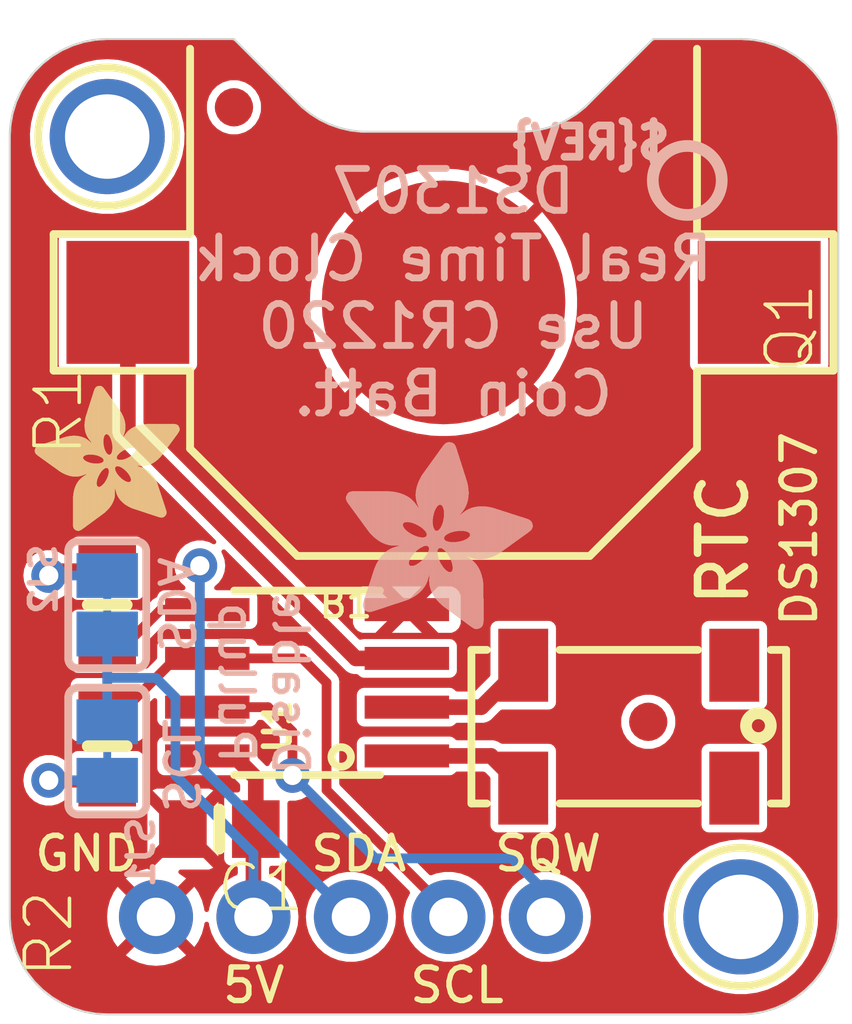
<source format=kicad_pcb>
(kicad_pcb (version 20221018) (generator pcbnew)
  (layers (0 "F.Cu" signal) (1 "In1.Cu" signal) (2 "In2.Cu" signal) (3 "In3.Cu" signal) (4 "In4.Cu" signal) (5 "In5.Cu" signal) (6 "In6.Cu" signal) (7 "In7.Cu" signal) (8 "In8.Cu" signal) (9 "In9.Cu" signal) (10 "In10.Cu" signal) (11 "In11.Cu" signal) (12 "In12.Cu" signal) (13 "In13.Cu" signal) (14 "In14.Cu" signal) (31 "B.Cu" signal) (34 "B.Paste" user) (35 "F.Paste" user) (36 "B.SilkS" user "B.Silkscreen") (37 "F.SilkS" user "F.Silkscreen") (38 "B.Mask" user) (39 "F.Mask" user) (44 "Edge.Cuts" user))
  (net 0 "")
  (net 1 "GND")
  (net 2 "VCC")
  (net 3 "SDA")
  (net 4 "SCL")
  (net 5 "VBAT")
  (net 6 "SQW")
  (net 7 "N$1")
  (net 8 "N$2")
  (net 9 "XI")
  (net 10 "XO")
  (footprint "working:0805-NO" (layer "F.Cu") (at 140.2461 110.7186 90)
    (fp_text reference "R2" (at -6.096 -1.524 90) (layer "F.SilkS") (effects (font (size 1.176691 1.176691) (thickness 0.093309)) (justify left)))
    (fp_text value "10K")
    (pad "1" smd rect (at -0.95 0 90) (size 1.24 1.5) (layers "F.Cu" "F.Paste" "F.Mask") (net 7 "N$1"))
    (pad "2" smd rect (at 0.95 0 90) (size 1.24 1.5) (layers "F.Cu" "F.Paste" "F.Mask") (net 4 "SCL"))
  )
  (footprint "working:1X05_ROUND_76" (layer "F.Cu") (at 146.5961 115.1636 180)
    (fp_text reference "JP2" hide)
    (fp_text value "")
    (pad "1" thru_hole circle (at -5.08 0 270) (size 1.9304 1.9304) (drill 1) (layers "*.Cu" "*.Mask") (net 6 "SQW"))
    (pad "2" thru_hole circle (at -2.54 0 270) (size 1.9304 1.9304) (drill 1) (layers "*.Cu" "*.Mask") (net 4 "SCL"))
    (pad "3" thru_hole circle (at 0 0 270) (size 1.9304 1.9304) (drill 1) (layers "*.Cu" "*.Mask") (net 3 "SDA"))
    (pad "4" thru_hole circle (at 2.54 0 270) (size 1.9304 1.9304) (drill 1) (layers "*.Cu" "*.Mask") (net 2 "VCC"))
    (pad "5" thru_hole circle (at 5.08 0 270) (size 1.9304 1.9304) (drill 1) (layers "*.Cu" "*.Mask") (net 1 "GND"))
  )
  (footprint "working:0805-NO" (layer "F.Cu") (at 140.2461 107.0356 90)
    (fp_text reference "R1" (at 3.81 -1.27 90) (layer "F.SilkS") (effects (font (size 1.176691 1.176691) (thickness 0.093309)) (justify left)))
    (fp_text value "10K")
    (pad "1" smd rect (at -0.95 0 90) (size 1.24 1.5) (layers "F.Cu" "F.Paste" "F.Mask") (net 3 "SDA"))
    (pad "2" smd rect (at 0.95 0 90) (size 1.24 1.5) (layers "F.Cu" "F.Paste" "F.Mask") (net 8 "N$2"))
  )
  (footprint "working:MOUNTINGHOLE_2.0_PLATED" (layer "F.Cu") (at 156.7561 115.1636 90)
    (fp_text reference "U$4" hide)
    (fp_text value "MOUNTINGHOLE2.0" hide)
    (pad "P$1" thru_hole circle (at 0 0 90) (size 3 3) (drill 2.2) (layers "*.Cu" "*.Mask"))
    (zone (net 0) (net_name "") (layer "F.Cu") (connect_pads (clearance 0)) (min_thickness 0.25)
      (keepout (tracks not_allowed) (vias not_allowed) (pads not_allowed) (copperpour not_allowed) (footprints allowed))
      (fill (thermal_gap 0.5) (thermal_bridge_width 0.5))
      (polygon (pts (xy 156.7561 113.1476) (xy 156.475527 113.16722) (xy 156.200415 113.225696) (xy 155.936119 113.321892) (xy 155.687783 113.453935) (xy 155.46024 113.619254) (xy 155.25792 113.814633) (xy 155.08476 114.036267) (xy 154.944131 114.279844) (xy 154.83877 114.540622) (xy 154.770728 114.813525) (xy 154.741328 115.093243) (xy 154.751144 115.374329) (xy 154.799984 115.651315) (xy 154.886897 115.918807) (xy 155.010193 116.1716) (xy 155.16747 116.404774) (xy 155.355669 116.613789) (xy 155.571125 116.794578) (xy 155.809645 116.943622) (xy 156.066587 117.05802) (xy 156.33695 117.135546) (xy 156.615471 117.174689) (xy 156.896729 117.174689) (xy 157.17525 117.135546) (xy 157.445613 117.05802) (xy 157.702555 116.943622) (xy 157.941075 116.794578) (xy 158.156531 116.613789) (xy 158.34473 116.404774) (xy 158.502007 116.1716) (xy 158.625303 115.918807) (xy 158.712216 115.651315) (xy 158.761056 115.374329) (xy 158.770872 115.093243) (xy 158.741472 114.813525) (xy 158.67343 114.540622) (xy 158.568069 114.279844) (xy 158.42744 114.036267) (xy 158.25428 113.814633) (xy 158.05196 113.619254) (xy 157.824417 113.453935) (xy 157.576081 113.321892) (xy 157.311785 113.225696) (xy 157.036673 113.16722)))
      (polygon (pts (xy 156.7561 115.1796) (xy 156.767414 115.174914) (xy 156.7721 115.1636) (xy 156.767414 115.152286) (xy 156.7561 115.1476) (xy 156.744786 115.152286) (xy 156.7401 115.1636) (xy 156.744786 115.174914)))
    )
  )
  (footprint "working:CRYSTAL_8X3.8" (layer "F.Cu") (at 153.8351 110.2106)
    (fp_text reference "Q1" (at 4.191 -9.144 90) (layer "F.SilkS") (effects (font (size 1.176691 1.176691) (thickness 0.093309)) (justify left)))
    (fp_text value "32.768")
    (pad "P$1" smd rect (at -2.75 1.6) (size 1.3 1.9) (layers "F.Cu" "F.Paste" "F.Mask") (net 9 "XI"))
    (pad "P$2" smd rect (at 2.75 1.6) (size 1.3 1.9) (layers "F.Cu" "F.Paste" "F.Mask"))
    (pad "P$3" smd rect (at 2.75 -1.6) (size 1.3 1.9) (layers "F.Cu" "F.Paste" "F.Mask"))
    (pad "P$4" smd rect (at -2.75 -1.6) (size 1.3 1.9) (layers "F.Cu" "F.Paste" "F.Mask") (net 10 "XO"))
  )
  (footprint "working:MOUNTINGHOLE_2.0_PLATED" (layer "F.Cu") (at 140.2461 94.8436 90)
    (fp_text reference "U$1" hide)
    (fp_text value "MOUNTINGHOLE2.0" hide)
    (pad "P$1" thru_hole circle (at 0 0 90) (size 3 3) (drill 2.2) (layers "*.Cu" "*.Mask"))
    (zone (net 0) (net_name "") (layer "F.Cu") (connect_pads (clearance 0)) (min_thickness 0.25)
      (keepout (tracks not_allowed) (vias not_allowed) (pads not_allowed) (copperpour not_allowed) (footprints allowed))
      (fill (thermal_gap 0.5) (thermal_bridge_width 0.5))
      (polygon (pts (xy 140.2461 92.8276) (xy 139.965527 92.84722) (xy 139.690415 92.905696) (xy 139.426119 93.001892) (xy 139.177783 93.133935) (xy 138.95024 93.299254) (xy 138.74792 93.494633) (xy 138.57476 93.716267) (xy 138.434131 93.959844) (xy 138.32877 94.220622) (xy 138.260728 94.493525) (xy 138.231328 94.773243) (xy 138.241144 95.054329) (xy 138.289984 95.331315) (xy 138.376897 95.598807) (xy 138.500193 95.8516) (xy 138.65747 96.084774) (xy 138.845669 96.293789) (xy 139.061125 96.474578) (xy 139.299645 96.623622) (xy 139.556587 96.73802) (xy 139.82695 96.815546) (xy 140.105471 96.854689) (xy 140.386729 96.854689) (xy 140.66525 96.815546) (xy 140.935613 96.73802) (xy 141.192555 96.623622) (xy 141.431075 96.474578) (xy 141.646531 96.293789) (xy 141.83473 96.084774) (xy 141.992007 95.8516) (xy 142.115303 95.598807) (xy 142.202216 95.331315) (xy 142.251056 95.054329) (xy 142.260872 94.773243) (xy 142.231472 94.493525) (xy 142.16343 94.220622) (xy 142.058069 93.959844) (xy 141.91744 93.716267) (xy 141.74428 93.494633) (xy 141.54196 93.299254) (xy 141.314417 93.133935) (xy 141.066081 93.001892) (xy 140.801785 92.905696) (xy 140.526673 92.84722)))
      (polygon (pts (xy 140.2461 94.8596) (xy 140.257414 94.854914) (xy 140.2621 94.8436) (xy 140.257414 94.832286) (xy 140.2461 94.8276) (xy 140.234786 94.832286) (xy 140.2301 94.8436) (xy 140.234786 94.854914)))
    )
  )
  (footprint "working:SOIC8_150MIL" (layer "F.Cu") (at 145.4531 109.0676 90)
    (fp_text reference "U1" (at -1.905 -0.381 90) (layer "F.SilkS") (effects (font (size 0.666496 0.666496) (thickness 0.146304)) (justify left bottom)))
    (fp_text value "DS1307")
    (pad "1" smd rect (at -1.905 2.6 90) (size 0.6 2.2) (layers "F.Cu" "F.Paste" "F.Mask") (net 9 "XI"))
    (pad "2" smd rect (at -0.635 2.6 90) (size 0.6 2.2) (layers "F.Cu" "F.Paste" "F.Mask") (net 10 "XO"))
    (pad "3" smd rect (at 0.635 2.6 90) (size 0.6 2.2) (layers "F.Cu" "F.Paste" "F.Mask") (net 5 "VBAT"))
    (pad "4" smd rect (at 1.905 2.6 90) (size 0.6 2.2) (layers "F.Cu" "F.Paste" "F.Mask") (net 1 "GND"))
    (pad "5" smd rect (at 1.905 -2.6 90) (size 0.6 2.2) (layers "F.Cu" "F.Paste" "F.Mask") (net 3 "SDA"))
    (pad "6" smd rect (at 0.635 -2.6 90) (size 0.6 2.2) (layers "F.Cu" "F.Paste" "F.Mask") (net 4 "SCL"))
    (pad "7" smd rect (at -0.635 -2.6 90) (size 0.6 2.2) (layers "F.Cu" "F.Paste" "F.Mask") (net 6 "SQW"))
    (pad "8" smd rect (at -1.905 -2.6 90) (size 0.6 2.2) (layers "F.Cu" "F.Paste" "F.Mask") (net 2 "VCC"))
  )
  (footprint "working:FIDUCIAL_1MM" (layer "F.Cu") (at 154.3431 110.0836 90)
    (fp_text reference "FID2" hide)
    (fp_text value "FIDUCIAL\"\"" hide)
    (pad "1" smd roundrect (at 0 0 90) (size 1 1) (layers "F.Cu" "F.Mask") (roundrect_rratio 0.5))
  )
  (footprint "working:ADAFRUIT_3.5MM" (layer "F.Cu") (at 142.1511 105.1306 90)
    (fp_text reference "U$2" hide)
    (fp_text value "" hide)
  )
  (footprint "working:0805-NO" (layer "F.Cu") (at 143.1671 112.8776 180)
    (fp_text reference "C1" (at -2.286 -1.524) (layer "F.SilkS") (effects (font (size 1.176691 1.176691) (thickness 0.093309)) (justify right)))
    (fp_text value "0.1uF")
    (pad "1" smd rect (at -0.95 0 180) (size 1.24 1.5) (layers "F.Cu" "F.Paste" "F.Mask") (net 2 "VCC"))
    (pad "2" smd rect (at 0.95 0 180) (size 1.24 1.5) (layers "F.Cu" "F.Paste" "F.Mask") (net 1 "GND"))
  )
  (footprint "working:FIDUCIAL_1MM" (layer "F.Cu") (at 143.5481 94.0816 90)
    (fp_text reference "FID1" hide)
    (fp_text value "FIDUCIAL\"\"" hide)
    (pad "1" smd roundrect (at 0 0 90) (size 1 1) (layers "F.Cu" "F.Mask") (roundrect_rratio 0.5))
  )
  (footprint "working:CR1220" (layer "F.Cu") (at 149.0091 99.1616)
    (fp_text reference "B1" (at -3.302 7.86) (layer "F.SilkS") (effects (font (size 0.692831 0.692831) (thickness 0.119969)) (justify left)))
    (fp_text value "CR1220")
    (pad "+$1" smd rect (at -8.2254 0) (size 3.2 3.2) (layers "F.Cu" "F.Paste" "F.Mask") (net 5 "VBAT"))
    (pad "+$2" smd rect (at 8.2254 0) (size 3.2 3.2) (layers "F.Cu" "F.Paste" "F.Mask"))
    (pad "-" smd roundrect (at 0 0) (size 6.35 6.35) (layers "F.Cu" "F.Mask") (roundrect_rratio 0.5) (net 1 "GND"))
  )
  (footprint "working:SOLDERJUMPER_CLOSEDWIRE" (layer "B.Cu") (at 140.2461 107.0356 -90)
    (fp_text reference "SJ2" (at -1.651 1.27 90) (layer "B.SilkS") (effects (font (size 0.666496 0.666496) (thickness 0.146304)) (justify left bottom mirror)))
    (fp_text value "")
    (pad "1" smd rect (at -0.762 0 270) (size 1.1684 1.6002) (layers "B.Cu" "B.Mask") (net 8 "N$2"))
    (pad "2" smd rect (at 0.762 0 270) (size 1.1684 1.6002) (layers "B.Cu" "B.Mask") (net 2 "VCC"))
    (pad "WIRE" smd rect (at 0 0 270) (size 0.635 0.2032) (layers "B.Cu" "B.Mask"))
  )
  (footprint "working:PCBFEAT-REV-040" (layer "B.Cu") (at 155.3591 95.9866)
    (fp_text reference "U$3" hide)
    (fp_text value "" hide)
    (fp_text user "${REV}" (at -0.3556 -0.508 180) (layer "B.SilkS") (effects (font (size 0.8128 0.8128) (thickness 0.2032)) (justify left bottom mirror)))
  )
  (footprint "working:SOLDERJUMPER_CLOSEDWIRE" (layer "B.Cu") (at 140.2461 110.8456 90)
    (fp_text reference "SJ1" (at -1.651 1.27 270) (layer "B.SilkS") (effects (font (size 0.666496 0.666496) (thickness 0.146304)) (justify left bottom mirror)))
    (fp_text value "")
    (pad "1" smd rect (at -0.762 0 90) (size 1.1684 1.6002) (layers "B.Cu" "B.Mask") (net 7 "N$1"))
    (pad "2" smd rect (at 0.762 0 90) (size 1.1684 1.6002) (layers "B.Cu" "B.Mask") (net 2 "VCC"))
    (pad "WIRE" smd rect (at 0 0 90) (size 0.635 0.2032) (layers "B.Cu" "B.Mask"))
  )
  (footprint "working:ADAFRUIT_5MM" (layer "B.Cu") (at 146.4691 107.6706 90)
    (fp_text reference "U$5" hide)
    (fp_text value "" hide)
  )
  (gr_line (start 159.2961 94.8436) (end 159.2961 115.1636) (stroke (width 0.05)) (layer "Edge.Cuts"))
  (gr_line (start 154.4701 92.3036) (end 156.7561 92.3036) (stroke (width 0.05)) (layer "Edge.Cuts"))
  (gr_arc (start 147.013203 94.7166) (mid 146.041186 94.523254) (end 145.21715 93.97265) (stroke (width 0.05)) (layer "Edge.Cuts"))
  (gr_arc (start 137.7061 94.8436) (mid 138.450049 93.047549) (end 140.2461 92.3036) (stroke (width 0.05)) (layer "Edge.Cuts"))
  (gr_line (start 156.7561 117.7036) (end 140.2461 117.7036) (stroke (width 0.05)) (layer "Edge.Cuts"))
  (gr_line (start 143.5481 92.3036) (end 145.21715 93.97265) (stroke (width 0.05)) (layer "Edge.Cuts"))
  (gr_arc (start 152.80105 93.97265) (mid 151.977014 94.523254) (end 151.004996 94.7166) (stroke (width 0.05)) (layer "Edge.Cuts"))
  (gr_arc (start 156.7561 92.3036) (mid 158.552151 93.047549) (end 159.2961 94.8436) (stroke (width 0.05)) (layer "Edge.Cuts"))
  (gr_line (start 140.2461 92.3036) (end 143.5481 92.3036) (stroke (width 0.05)) (layer "Edge.Cuts"))
  (gr_line (start 152.80105 93.97265) (end 154.4701 92.3036) (stroke (width 0.05)) (layer "Edge.Cuts"))
  (gr_arc (start 140.2461 117.7036) (mid 138.450049 116.959651) (end 137.7061 115.1636) (stroke (width 0.05)) (layer "Edge.Cuts"))
  (gr_arc (start 159.2961 115.1636) (mid 158.552151 116.959651) (end 156.7561 117.7036) (stroke (width 0.05)) (layer "Edge.Cuts"))
  (gr_line (start 137.7061 115.1636) (end 137.7061 94.8436) (stroke (width 0.05)) (layer "Edge.Cuts"))
  (gr_line (start 147.013203 94.7166) (end 151.004996 94.7166) (stroke (width 0.05)) (layer "Edge.Cuts"))
  (gr_text "SCL" (at 142.1511 111.2266 -90) (layer "B.SilkS") (effects (font (size 0.87376 0.87376) (thickness 0.14224)) (justify mirror)))
  (gr_text "Disable\nPullup" (at 144.3101 109.0676 -90) (layer "B.SilkS") (effects (font (size 0.87376 0.87376) (thickness 0.14224)) (justify mirror)))
  (gr_text "DS1307\nReal Time Clock\nUse CR1220\nCoin Batt." (at 149.2631 98.9076) (layer "B.SilkS") (effects (font (size 1.0922 1.0922) (thickness 0.1778)) (justify mirror)))
  (gr_text "SDA" (at 142.0241 107.0356 -90) (layer "B.SilkS") (effects (font (size 0.87376 0.87376) (thickness 0.14224)) (justify mirror)))
  (gr_text "5V" (at 144.9451 116.4336) (layer "F.SilkS") (effects (font (size 0.87376 0.87376) (thickness 0.14224)) (justify right top)))
  (gr_text "DS1307" (at 158.7881 107.6706 90) (layer "F.SilkS") (effects (font (size 0.87376 0.87376) (thickness 0.14224)) (justify left bottom)))
  (gr_text "SCL" (at 150.6601 116.4336) (layer "F.SilkS") (effects (font (size 0.87376 0.87376) (thickness 0.14224)) (justify right top)))
  (gr_text "GND" (at 141.1351 113.0046) (layer "F.SilkS") (effects (font (size 0.87376 0.87376) (thickness 0.14224)) (justify right top)))
  (gr_text "SDA" (at 148.1201 113.0046) (layer "F.SilkS") (effects (font (size 0.87376 0.87376) (thickness 0.14224)) (justify right top)))
  (gr_text "SQW" (at 153.2001 113.0046) (layer "F.SilkS") (effects (font (size 0.87376 0.87376) (thickness 0.14224)) (justify right top)))
  (gr_text "RTC" (at 157.0101 107.1626 90) (layer "F.SilkS") (effects (font (size 1.223264 1.223264) (thickness 0.199136)) (justify left bottom)))
  (segment (start 143.5481 110.9726) (end 142.8531 110.9726) (width 0.4064) (layer "F.Cu") (net 2))
  (segment (start 144.0561 115.1636) (end 144.0561 112.9386) (width 0.4064) (layer "F.Cu") (net 2))
  (segment (start 144.1171 111.5416) (end 143.5481 110.9726) (width 0.4064) (layer "F.Cu") (net 2))
  (segment (start 144.1171 112.8776) (end 144.1171 111.5416) (width 0.4064) (layer "F.Cu") (net 2))
  (segment (start 144.0561 112.9386) (end 144.1171 112.8776) (width 0.4064) (layer "F.Cu") (net 2))
  (segment (start 144.0561 115.1636) (end 144.0561 113.5126) (width 0.254) (layer "B.Cu") (net 2))
  (segment (start 142.0241 111.4806) (end 142.0241 109.4486) (width 0.254) (layer "B.Cu") (net 2))
  (segment (start 140.2461 108.9406) (end 140.2461 107.7976) (width 0.254) (layer "B.Cu") (net 2))
  (segment (start 141.5161 108.9406) (end 140.2461 108.9406) (width 0.254) (layer "B.Cu") (net 2))
  (segment (start 144.0561 113.5126) (end 142.0241 111.4806) (width 0.254) (layer "B.Cu") (net 2))
  (segment (start 140.2461 110.0836) (end 140.2461 108.9406) (width 0.254) (layer "B.Cu") (net 2))
  (segment (start 142.0241 109.4486) (end 141.5161 108.9406) (width 0.254) (layer "B.Cu") (net 2))
  (segment (start 140.2461 107.9856) (end 140.8201 107.9856) (width 0.254) (layer "F.Cu") (net 3))
  (segment (start 142.6591 106.9686) (end 142.8531 107.1626) (width 0.254) (layer "F.Cu") (net 3))
  (segment (start 142.6591 106.0196) (end 142.6591 106.9686) (width 0.254) (layer "F.Cu") (net 3))
  (segment (start 141.6431 107.1626) (end 142.8531 107.1626) (width 0.254) (layer "F.Cu") (net 3))
  (segment (start 140.8201 107.9856) (end 141.6431 107.1626) (width 0.254) (layer "F.Cu") (net 3))
  (via (at 142.6591 106.0196) (size 0.9064) (drill 0.5) (layers "F.Cu" "B.Cu") (net 3))
  (segment (start 146.5961 115.1636) (end 142.6591 111.2266) (width 0.254) (layer "B.Cu") (net 3))
  (segment (start 142.6591 111.2266) (end 142.6591 106.0196) (width 0.254) (layer "B.Cu") (net 3))
  (segment (start 145.9611 111.8616) (end 145.9611 109.0676) (width 0.254) (layer "F.Cu") (net 4))
  (segment (start 145.9611 109.0676) (end 145.3261 108.4326) (width 0.254) (layer "F.Cu") (net 4))
  (segment (start 140.6881 109.7686) (end 142.0241 108.4326) (width 0.254) (layer "F.Cu") (net 4))
  (segment (start 149.1361 115.1636) (end 149.1361 115.0366) (width 0.254) (layer "F.Cu") (net 4))
  (segment (start 149.1361 115.0366) (end 145.9611 111.8616) (width 0.254) (layer "F.Cu") (net 4))
  (segment (start 142.0241 108.4326) (end 142.8531 108.4326) (width 0.254) (layer "F.Cu") (net 4))
  (segment (start 140.2461 109.7686) (end 140.6881 109.7686) (width 0.254) (layer "F.Cu") (net 4))
  (segment (start 145.3261 108.4326) (end 142.8531 108.4326) (width 0.254) (layer "F.Cu") (net 4))
  (segment (start 146.7231 108.4326) (end 140.7837 102.4932) (width 0.4064) (layer "F.Cu") (net 5))
  (segment (start 146.7231 108.4326) (end 148.0531 108.4326) (width 0.4064) (layer "F.Cu") (net 5))
  (segment (start 140.7837 102.4932) (end 140.7837 99.1616) (width 0.4064) (layer "F.Cu") (net 5))
  (segment (start 145.0721 110.3376) (end 144.4371 109.7026) (width 0.254) (layer "F.Cu") (net 6))
  (segment (start 145.0721 111.4806) (end 145.0721 110.3376) (width 0.254) (layer "F.Cu") (net 6))
  (segment (start 142.8531 109.7026) (end 144.4371 109.7026) (width 0.254) (layer "F.Cu") (net 6))
  (via (at 145.0721 111.4806) (size 0.9064) (drill 0.5) (layers "F.Cu" "B.Cu") (net 6))
  (segment (start 147.2311 113.6396) (end 145.0721 111.4806) (width 0.254) (layer "B.Cu") (net 6))
  (segment (start 150.7871 113.6396) (end 147.2311 113.6396) (width 0.254) (layer "B.Cu") (net 6))
  (segment (start 151.6761 115.1636) (end 151.6761 114.5286) (width 0.254) (layer "B.Cu") (net 6))
  (segment (start 151.6761 114.5286) (end 150.7871 113.6396) (width 0.254) (layer "B.Cu") (net 6))
  (segment (start 138.7831 111.6686) (end 140.2461 111.6686) (width 0.254) (layer "F.Cu") (net 7))
  (segment (start 138.7221 111.6076) (end 138.7831 111.6686) (width 0.254) (layer "F.Cu") (net 7))
  (via (at 138.7221 111.6076) (size 0.9064) (drill 0.5) (layers "F.Cu" "B.Cu") (net 7))
  (segment (start 140.2461 111.6076) (end 138.7221 111.6076) (width 0.254) (layer "B.Cu") (net 7))
  (segment (start 138.9101 106.0856) (end 140.2461 106.0856) (width 0.254) (layer "F.Cu") (net 8))
  (segment (start 138.7221 106.2736) (end 138.9101 106.0856) (width 0.254) (layer "F.Cu") (net 8))
  (via (at 138.7221 106.2736) (size 0.9064) (drill 0.5) (layers "F.Cu" "B.Cu") (net 8))
  (segment (start 140.2461 106.2736) (end 138.7221 106.2736) (width 0.254) (layer "B.Cu") (net 8))
  (segment (start 148.0531 110.9726) (end 150.2471 110.9726) (width 0.4064) (layer "F.Cu") (net 9))
  (segment (start 150.2471 110.9726) (end 151.0851 111.8106) (width 0.4064) (layer "F.Cu") (net 9))
  (segment (start 149.9931 109.7026) (end 151.0851 108.6106) (width 0.4064) (layer "F.Cu") (net 10))
  (segment (start 148.0531 109.7026) (end 149.9931 109.7026) (width 0.4064) (layer "F.Cu") (net 10))
  (zone (net 1) (net_name "GND") (layer "F.Cu") (priority 6) (connect_pads (clearance 0.000001)) (min_thickness 0.127) (fill yes (thermal_gap 0.304) (thermal_bridge_width 0.304))
    (polygon (pts (xy 159.2961 117.9576) (xy 137.4521 117.9576) (xy 137.4521 91.2876) (xy 159.2961 91.2876)))
  )
)
</source>
